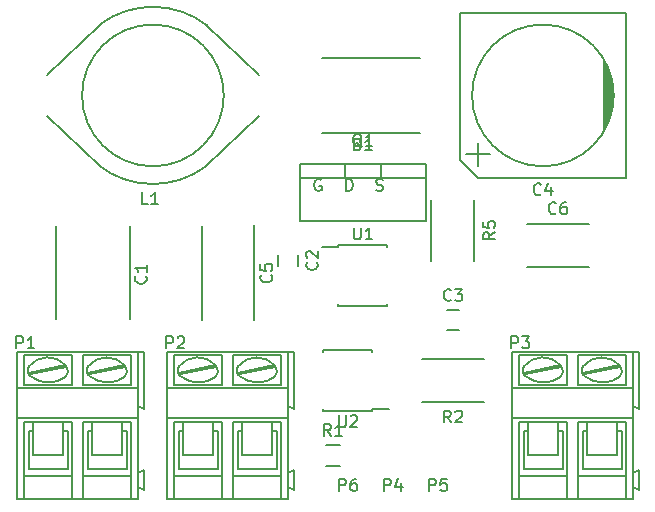
<source format=gbr>
G04 #@! TF.FileFunction,Legend,Top*
%FSLAX46Y46*%
G04 Gerber Fmt 4.6, Leading zero omitted, Abs format (unit mm)*
G04 Created by KiCad (PCBNEW 4.0.0-rc1-stable) date 09/10/2015 2:09:20 PM*
%MOMM*%
G01*
G04 APERTURE LIST*
%ADD10C,0.100000*%
%ADD11C,0.150000*%
%ADD12C,0.152400*%
G04 APERTURE END LIST*
D10*
D11*
X116280000Y-119270000D02*
X116280000Y-111370000D01*
X122480000Y-119270000D02*
X122480000Y-111370000D01*
X136740000Y-114800000D02*
X136740000Y-113800000D01*
X135040000Y-113800000D02*
X135040000Y-114800000D01*
X150360000Y-118530000D02*
X149360000Y-118530000D01*
X149360000Y-120230000D02*
X150360000Y-120230000D01*
X128610000Y-111370000D02*
X128610000Y-119370000D01*
X133010000Y-119370000D02*
X133010000Y-111270000D01*
X140300000Y-131685000D02*
X139100000Y-131685000D01*
X139100000Y-129935000D02*
X140300000Y-129935000D01*
X147260000Y-122635000D02*
X152460000Y-122635000D01*
X152460000Y-126285000D02*
X147260000Y-126285000D01*
X148035000Y-114360000D02*
X148035000Y-109160000D01*
X151685000Y-109160000D02*
X151685000Y-114360000D01*
X140165000Y-112995000D02*
X140165000Y-113140000D01*
X144315000Y-112995000D02*
X144315000Y-113140000D01*
X144315000Y-118145000D02*
X144315000Y-118000000D01*
X140165000Y-118145000D02*
X140165000Y-118000000D01*
X140165000Y-112995000D02*
X144315000Y-112995000D01*
X140165000Y-118145000D02*
X144315000Y-118145000D01*
X140165000Y-113140000D02*
X138765000Y-113140000D01*
X140716000Y-106172000D02*
X140716000Y-107315000D01*
X143764000Y-106172000D02*
X143764000Y-107315000D01*
X147574000Y-107315000D02*
X147574000Y-110998000D01*
X147574000Y-110998000D02*
X136906000Y-110998000D01*
X136906000Y-110998000D02*
X136906000Y-107315000D01*
X147574000Y-106172000D02*
X147574000Y-107315000D01*
X147574000Y-107315000D02*
X136906000Y-107315000D01*
X136906000Y-107315000D02*
X136906000Y-106172000D01*
X142240000Y-106172000D02*
X136906000Y-106172000D01*
X142240000Y-106172000D02*
X147574000Y-106172000D01*
X114310400Y-130810000D02*
X116850400Y-130810000D01*
X116850400Y-130810000D02*
X116850400Y-128016000D01*
X114310400Y-128016000D02*
X116850400Y-128016000D01*
X114310400Y-130810000D02*
X114310400Y-128016000D01*
X119314200Y-130810000D02*
X121854200Y-130810000D01*
X121854200Y-130810000D02*
X121854200Y-128016000D01*
X119314200Y-128016000D02*
X121854200Y-128016000D01*
X119314200Y-130810000D02*
X119314200Y-128016000D01*
X123175000Y-122047000D02*
X123175000Y-125095000D01*
X123175000Y-122047000D02*
X112990000Y-122047000D01*
X123175000Y-122047000D02*
X123683000Y-122047000D01*
X123683000Y-122047000D02*
X123683000Y-126873000D01*
X123683000Y-126873000D02*
X123175000Y-126619000D01*
X123683000Y-133731000D02*
X123175000Y-133477000D01*
X123175000Y-133477000D02*
X123175000Y-134493000D01*
X123683000Y-132080000D02*
X123175000Y-132334000D01*
X123175000Y-132334000D02*
X123175000Y-133477000D01*
X123683000Y-132080000D02*
X123683000Y-133731000D01*
X118552200Y-134493000D02*
X118552200Y-132588000D01*
X122616200Y-128016000D02*
X122616200Y-132588000D01*
X118552200Y-134493000D02*
X122616200Y-134493000D01*
X122616200Y-134493000D02*
X123175000Y-134493000D01*
X117612400Y-134493000D02*
X117612400Y-132588000D01*
X117612400Y-134493000D02*
X118552200Y-134493000D01*
X113548400Y-128016000D02*
X113548400Y-132588000D01*
X112990000Y-134493000D02*
X113548400Y-134493000D01*
X113548400Y-134493000D02*
X117612400Y-134493000D01*
X118552200Y-132588000D02*
X122616200Y-132588000D01*
X118552200Y-132588000D02*
X118552200Y-128016000D01*
X122616200Y-132588000D02*
X122616200Y-134493000D01*
X117612400Y-132588000D02*
X113548400Y-132588000D01*
X117612400Y-132588000D02*
X117612400Y-128016000D01*
X113548400Y-132588000D02*
X113548400Y-134493000D01*
X122235200Y-131953000D02*
X122235200Y-128778000D01*
X122235200Y-131953000D02*
X118933200Y-131953000D01*
X118933200Y-131953000D02*
X118933200Y-128778000D01*
X117231400Y-131953000D02*
X117231400Y-128778000D01*
X117231400Y-131953000D02*
X113929400Y-131953000D01*
X113929400Y-131953000D02*
X113929400Y-128778000D01*
X113929400Y-128778000D02*
X114310400Y-128778000D01*
X117231400Y-128778000D02*
X116850400Y-128778000D01*
X118933200Y-128778000D02*
X119314200Y-128778000D01*
X122235200Y-128778000D02*
X121854200Y-128778000D01*
X112990000Y-134493000D02*
X112990000Y-127635000D01*
X112990000Y-127635000D02*
X112990000Y-125095000D01*
X123175000Y-126619000D02*
X123175000Y-127635000D01*
X123175000Y-127635000D02*
X123175000Y-132334000D01*
X112990000Y-125095000D02*
X123175000Y-125095000D01*
X112990000Y-125095000D02*
X112990000Y-122047000D01*
X123175000Y-125095000D02*
X123175000Y-126619000D01*
X118552200Y-124841000D02*
X118552200Y-122301000D01*
X118552200Y-122301000D02*
X122616200Y-122301000D01*
X122616200Y-122301000D02*
X122616200Y-124841000D01*
X122616200Y-124841000D02*
X118552200Y-124841000D01*
X117612400Y-124841000D02*
X117612400Y-122301000D01*
X117612400Y-124841000D02*
X113548400Y-124841000D01*
X113548400Y-124841000D02*
X113548400Y-122301000D01*
X117612400Y-122301000D02*
X113548400Y-122301000D01*
X118958600Y-123825000D02*
X122006600Y-123190000D01*
X119085600Y-123952000D02*
X122133600Y-123317000D01*
X113954800Y-123825000D02*
X117005340Y-123190000D01*
X114081800Y-123952000D02*
X117129800Y-123317000D01*
X113548400Y-128016000D02*
X113929400Y-128016000D01*
X117612400Y-128016000D02*
X117231400Y-128016000D01*
X117231400Y-128016000D02*
X113929400Y-128016000D01*
X112990000Y-127635000D02*
X113929400Y-127635000D01*
X113929400Y-127635000D02*
X117231400Y-127635000D01*
X117231400Y-127635000D02*
X118933200Y-127635000D01*
X123175000Y-127635000D02*
X122235200Y-127635000D01*
X122235200Y-127635000D02*
X118933200Y-127635000D01*
X122616200Y-128016000D02*
X122235200Y-128016000D01*
X118552200Y-128016000D02*
X118933200Y-128016000D01*
X118933200Y-128016000D02*
X122235200Y-128016000D01*
X122052972Y-124184570D02*
G75*
G03X122105660Y-123217940I-452772J509430D01*
G01*
X119110272Y-124104896D02*
G75*
G03X122098040Y-124152660I1524728J1905496D01*
G01*
X122109411Y-123213156D02*
G75*
G03X118958600Y-123266200I-1553151J-1348444D01*
G01*
X119009903Y-123216519D02*
G75*
G03X119151640Y-124142500I431297J-407821D01*
G01*
X117049149Y-124187110D02*
G75*
G03X117104400Y-123217940I-452749J511970D01*
G01*
X114109012Y-124104896D02*
G75*
G03X117096780Y-124152660I1524728J1905496D01*
G01*
X117111573Y-123208153D02*
G75*
G03X113954800Y-123266200I-1554033J-1353447D01*
G01*
X114005480Y-123218981D02*
G75*
G03X114150380Y-124142500I431920J-405359D01*
G01*
X127010400Y-130810000D02*
X129550400Y-130810000D01*
X129550400Y-130810000D02*
X129550400Y-128016000D01*
X127010400Y-128016000D02*
X129550400Y-128016000D01*
X127010400Y-130810000D02*
X127010400Y-128016000D01*
X132014200Y-130810000D02*
X134554200Y-130810000D01*
X134554200Y-130810000D02*
X134554200Y-128016000D01*
X132014200Y-128016000D02*
X134554200Y-128016000D01*
X132014200Y-130810000D02*
X132014200Y-128016000D01*
X135875000Y-122047000D02*
X135875000Y-125095000D01*
X135875000Y-122047000D02*
X125690000Y-122047000D01*
X135875000Y-122047000D02*
X136383000Y-122047000D01*
X136383000Y-122047000D02*
X136383000Y-126873000D01*
X136383000Y-126873000D02*
X135875000Y-126619000D01*
X136383000Y-133731000D02*
X135875000Y-133477000D01*
X135875000Y-133477000D02*
X135875000Y-134493000D01*
X136383000Y-132080000D02*
X135875000Y-132334000D01*
X135875000Y-132334000D02*
X135875000Y-133477000D01*
X136383000Y-132080000D02*
X136383000Y-133731000D01*
X131252200Y-134493000D02*
X131252200Y-132588000D01*
X135316200Y-128016000D02*
X135316200Y-132588000D01*
X131252200Y-134493000D02*
X135316200Y-134493000D01*
X135316200Y-134493000D02*
X135875000Y-134493000D01*
X130312400Y-134493000D02*
X130312400Y-132588000D01*
X130312400Y-134493000D02*
X131252200Y-134493000D01*
X126248400Y-128016000D02*
X126248400Y-132588000D01*
X125690000Y-134493000D02*
X126248400Y-134493000D01*
X126248400Y-134493000D02*
X130312400Y-134493000D01*
X131252200Y-132588000D02*
X135316200Y-132588000D01*
X131252200Y-132588000D02*
X131252200Y-128016000D01*
X135316200Y-132588000D02*
X135316200Y-134493000D01*
X130312400Y-132588000D02*
X126248400Y-132588000D01*
X130312400Y-132588000D02*
X130312400Y-128016000D01*
X126248400Y-132588000D02*
X126248400Y-134493000D01*
X134935200Y-131953000D02*
X134935200Y-128778000D01*
X134935200Y-131953000D02*
X131633200Y-131953000D01*
X131633200Y-131953000D02*
X131633200Y-128778000D01*
X129931400Y-131953000D02*
X129931400Y-128778000D01*
X129931400Y-131953000D02*
X126629400Y-131953000D01*
X126629400Y-131953000D02*
X126629400Y-128778000D01*
X126629400Y-128778000D02*
X127010400Y-128778000D01*
X129931400Y-128778000D02*
X129550400Y-128778000D01*
X131633200Y-128778000D02*
X132014200Y-128778000D01*
X134935200Y-128778000D02*
X134554200Y-128778000D01*
X125690000Y-134493000D02*
X125690000Y-127635000D01*
X125690000Y-127635000D02*
X125690000Y-125095000D01*
X135875000Y-126619000D02*
X135875000Y-127635000D01*
X135875000Y-127635000D02*
X135875000Y-132334000D01*
X125690000Y-125095000D02*
X135875000Y-125095000D01*
X125690000Y-125095000D02*
X125690000Y-122047000D01*
X135875000Y-125095000D02*
X135875000Y-126619000D01*
X131252200Y-124841000D02*
X131252200Y-122301000D01*
X131252200Y-122301000D02*
X135316200Y-122301000D01*
X135316200Y-122301000D02*
X135316200Y-124841000D01*
X135316200Y-124841000D02*
X131252200Y-124841000D01*
X130312400Y-124841000D02*
X130312400Y-122301000D01*
X130312400Y-124841000D02*
X126248400Y-124841000D01*
X126248400Y-124841000D02*
X126248400Y-122301000D01*
X130312400Y-122301000D02*
X126248400Y-122301000D01*
X131658600Y-123825000D02*
X134706600Y-123190000D01*
X131785600Y-123952000D02*
X134833600Y-123317000D01*
X126654800Y-123825000D02*
X129705340Y-123190000D01*
X126781800Y-123952000D02*
X129829800Y-123317000D01*
X126248400Y-128016000D02*
X126629400Y-128016000D01*
X130312400Y-128016000D02*
X129931400Y-128016000D01*
X129931400Y-128016000D02*
X126629400Y-128016000D01*
X125690000Y-127635000D02*
X126629400Y-127635000D01*
X126629400Y-127635000D02*
X129931400Y-127635000D01*
X129931400Y-127635000D02*
X131633200Y-127635000D01*
X135875000Y-127635000D02*
X134935200Y-127635000D01*
X134935200Y-127635000D02*
X131633200Y-127635000D01*
X135316200Y-128016000D02*
X134935200Y-128016000D01*
X131252200Y-128016000D02*
X131633200Y-128016000D01*
X131633200Y-128016000D02*
X134935200Y-128016000D01*
X134752972Y-124184570D02*
G75*
G03X134805660Y-123217940I-452772J509430D01*
G01*
X131810272Y-124104896D02*
G75*
G03X134798040Y-124152660I1524728J1905496D01*
G01*
X134809411Y-123213156D02*
G75*
G03X131658600Y-123266200I-1553151J-1348444D01*
G01*
X131709903Y-123216519D02*
G75*
G03X131851640Y-124142500I431297J-407821D01*
G01*
X129749149Y-124187110D02*
G75*
G03X129804400Y-123217940I-452749J511970D01*
G01*
X126809012Y-124104896D02*
G75*
G03X129796780Y-124152660I1524728J1905496D01*
G01*
X129811573Y-123208153D02*
G75*
G03X126654800Y-123266200I-1554033J-1353447D01*
G01*
X126705480Y-123218981D02*
G75*
G03X126850380Y-124142500I431920J-405359D01*
G01*
X156220400Y-130810000D02*
X158760400Y-130810000D01*
X158760400Y-130810000D02*
X158760400Y-128016000D01*
X156220400Y-128016000D02*
X158760400Y-128016000D01*
X156220400Y-130810000D02*
X156220400Y-128016000D01*
X161224200Y-130810000D02*
X163764200Y-130810000D01*
X163764200Y-130810000D02*
X163764200Y-128016000D01*
X161224200Y-128016000D02*
X163764200Y-128016000D01*
X161224200Y-130810000D02*
X161224200Y-128016000D01*
X165085000Y-122047000D02*
X165085000Y-125095000D01*
X165085000Y-122047000D02*
X154900000Y-122047000D01*
X165085000Y-122047000D02*
X165593000Y-122047000D01*
X165593000Y-122047000D02*
X165593000Y-126873000D01*
X165593000Y-126873000D02*
X165085000Y-126619000D01*
X165593000Y-133731000D02*
X165085000Y-133477000D01*
X165085000Y-133477000D02*
X165085000Y-134493000D01*
X165593000Y-132080000D02*
X165085000Y-132334000D01*
X165085000Y-132334000D02*
X165085000Y-133477000D01*
X165593000Y-132080000D02*
X165593000Y-133731000D01*
X160462200Y-134493000D02*
X160462200Y-132588000D01*
X164526200Y-128016000D02*
X164526200Y-132588000D01*
X160462200Y-134493000D02*
X164526200Y-134493000D01*
X164526200Y-134493000D02*
X165085000Y-134493000D01*
X159522400Y-134493000D02*
X159522400Y-132588000D01*
X159522400Y-134493000D02*
X160462200Y-134493000D01*
X155458400Y-128016000D02*
X155458400Y-132588000D01*
X154900000Y-134493000D02*
X155458400Y-134493000D01*
X155458400Y-134493000D02*
X159522400Y-134493000D01*
X160462200Y-132588000D02*
X164526200Y-132588000D01*
X160462200Y-132588000D02*
X160462200Y-128016000D01*
X164526200Y-132588000D02*
X164526200Y-134493000D01*
X159522400Y-132588000D02*
X155458400Y-132588000D01*
X159522400Y-132588000D02*
X159522400Y-128016000D01*
X155458400Y-132588000D02*
X155458400Y-134493000D01*
X164145200Y-131953000D02*
X164145200Y-128778000D01*
X164145200Y-131953000D02*
X160843200Y-131953000D01*
X160843200Y-131953000D02*
X160843200Y-128778000D01*
X159141400Y-131953000D02*
X159141400Y-128778000D01*
X159141400Y-131953000D02*
X155839400Y-131953000D01*
X155839400Y-131953000D02*
X155839400Y-128778000D01*
X155839400Y-128778000D02*
X156220400Y-128778000D01*
X159141400Y-128778000D02*
X158760400Y-128778000D01*
X160843200Y-128778000D02*
X161224200Y-128778000D01*
X164145200Y-128778000D02*
X163764200Y-128778000D01*
X154900000Y-134493000D02*
X154900000Y-127635000D01*
X154900000Y-127635000D02*
X154900000Y-125095000D01*
X165085000Y-126619000D02*
X165085000Y-127635000D01*
X165085000Y-127635000D02*
X165085000Y-132334000D01*
X154900000Y-125095000D02*
X165085000Y-125095000D01*
X154900000Y-125095000D02*
X154900000Y-122047000D01*
X165085000Y-125095000D02*
X165085000Y-126619000D01*
X160462200Y-124841000D02*
X160462200Y-122301000D01*
X160462200Y-122301000D02*
X164526200Y-122301000D01*
X164526200Y-122301000D02*
X164526200Y-124841000D01*
X164526200Y-124841000D02*
X160462200Y-124841000D01*
X159522400Y-124841000D02*
X159522400Y-122301000D01*
X159522400Y-124841000D02*
X155458400Y-124841000D01*
X155458400Y-124841000D02*
X155458400Y-122301000D01*
X159522400Y-122301000D02*
X155458400Y-122301000D01*
X160868600Y-123825000D02*
X163916600Y-123190000D01*
X160995600Y-123952000D02*
X164043600Y-123317000D01*
X155864800Y-123825000D02*
X158915340Y-123190000D01*
X155991800Y-123952000D02*
X159039800Y-123317000D01*
X155458400Y-128016000D02*
X155839400Y-128016000D01*
X159522400Y-128016000D02*
X159141400Y-128016000D01*
X159141400Y-128016000D02*
X155839400Y-128016000D01*
X154900000Y-127635000D02*
X155839400Y-127635000D01*
X155839400Y-127635000D02*
X159141400Y-127635000D01*
X159141400Y-127635000D02*
X160843200Y-127635000D01*
X165085000Y-127635000D02*
X164145200Y-127635000D01*
X164145200Y-127635000D02*
X160843200Y-127635000D01*
X164526200Y-128016000D02*
X164145200Y-128016000D01*
X160462200Y-128016000D02*
X160843200Y-128016000D01*
X160843200Y-128016000D02*
X164145200Y-128016000D01*
X163962972Y-124184570D02*
G75*
G03X164015660Y-123217940I-452772J509430D01*
G01*
X161020272Y-124104896D02*
G75*
G03X164008040Y-124152660I1524728J1905496D01*
G01*
X164019411Y-123213156D02*
G75*
G03X160868600Y-123266200I-1553151J-1348444D01*
G01*
X160919903Y-123216519D02*
G75*
G03X161061640Y-124142500I431297J-407821D01*
G01*
X158959149Y-124187110D02*
G75*
G03X159014400Y-123217940I-452749J511970D01*
G01*
X156019012Y-124104896D02*
G75*
G03X159006780Y-124152660I1524728J1905496D01*
G01*
X159021573Y-123208153D02*
G75*
G03X155864800Y-123266200I-1554033J-1353447D01*
G01*
X155915480Y-123218981D02*
G75*
G03X156060380Y-124142500I431920J-405359D01*
G01*
D12*
X129090869Y-94430420D02*
G75*
G03X119960000Y-94330000I-4630869J-5899580D01*
G01*
X119829131Y-106229580D02*
G75*
G03X128960000Y-106330000I4630869J5899580D01*
G01*
X115460000Y-98580000D02*
X119960000Y-94330000D01*
X133460000Y-98580000D02*
X128960000Y-94330000D01*
X128960000Y-106330000D02*
X133460000Y-102080000D01*
X115460000Y-102080000D02*
X119960000Y-106330000D01*
X130460000Y-100330000D02*
G75*
G03X130460000Y-100330000I-6000000J0D01*
G01*
D11*
X163180000Y-98730000D02*
X162880000Y-97830000D01*
X162980000Y-102430000D02*
X163280000Y-101530000D01*
X163380000Y-99630000D02*
X163380000Y-101030000D01*
X163280000Y-101530000D02*
X163280000Y-99030000D01*
X163180000Y-98730000D02*
X163180000Y-101930000D01*
X163080000Y-102230000D02*
X163080000Y-98430000D01*
X162980000Y-98230000D02*
X162980000Y-102530000D01*
X162880000Y-102830000D02*
X162880000Y-97930000D01*
X162780000Y-97630000D02*
X162780000Y-103030000D01*
X162680000Y-103330000D02*
X162680000Y-97330000D01*
X152980000Y-105330000D02*
X150980000Y-105330000D01*
X151980000Y-104330000D02*
X151980000Y-104830000D01*
X151980000Y-106330000D02*
X151980000Y-104830000D01*
X151980000Y-107330000D02*
X150480000Y-105830000D01*
X163480000Y-100330000D02*
G75*
G03X163480000Y-100330000I-6000000J0D01*
G01*
X164480000Y-93330000D02*
X164480000Y-107330000D01*
X164480000Y-93330000D02*
X150480000Y-93330000D01*
X150480000Y-105830000D02*
X150480000Y-93330000D01*
X151980000Y-107330000D02*
X164480000Y-107330000D01*
X138740000Y-97130000D02*
X147040000Y-97130000D01*
X147040000Y-103530000D02*
X138740000Y-103530000D01*
X161350000Y-114855000D02*
X156150000Y-114855000D01*
X156150000Y-111205000D02*
X161350000Y-111205000D01*
X143045000Y-127035000D02*
X143045000Y-126890000D01*
X138895000Y-127035000D02*
X138895000Y-126890000D01*
X138895000Y-121885000D02*
X138895000Y-122030000D01*
X143045000Y-121885000D02*
X143045000Y-122030000D01*
X143045000Y-127035000D02*
X138895000Y-127035000D01*
X143045000Y-121885000D02*
X138895000Y-121885000D01*
X143045000Y-126890000D02*
X144445000Y-126890000D01*
X123836703Y-115637606D02*
X123884322Y-115685225D01*
X123931941Y-115828082D01*
X123931941Y-115923320D01*
X123884322Y-116066178D01*
X123789084Y-116161416D01*
X123693846Y-116209035D01*
X123503370Y-116256654D01*
X123360512Y-116256654D01*
X123170036Y-116209035D01*
X123074798Y-116161416D01*
X122979560Y-116066178D01*
X122931941Y-115923320D01*
X122931941Y-115828082D01*
X122979560Y-115685225D01*
X123027179Y-115637606D01*
X123931941Y-114685225D02*
X123931941Y-115256654D01*
X123931941Y-114970940D02*
X122931941Y-114970940D01*
X123074798Y-115066178D01*
X123170036Y-115161416D01*
X123217655Y-115256654D01*
X138347143Y-114466666D02*
X138394762Y-114514285D01*
X138442381Y-114657142D01*
X138442381Y-114752380D01*
X138394762Y-114895238D01*
X138299524Y-114990476D01*
X138204286Y-115038095D01*
X138013810Y-115085714D01*
X137870952Y-115085714D01*
X137680476Y-115038095D01*
X137585238Y-114990476D01*
X137490000Y-114895238D01*
X137442381Y-114752380D01*
X137442381Y-114657142D01*
X137490000Y-114514285D01*
X137537619Y-114466666D01*
X137537619Y-114085714D02*
X137490000Y-114038095D01*
X137442381Y-113942857D01*
X137442381Y-113704761D01*
X137490000Y-113609523D01*
X137537619Y-113561904D01*
X137632857Y-113514285D01*
X137728095Y-113514285D01*
X137870952Y-113561904D01*
X138442381Y-114133333D01*
X138442381Y-113514285D01*
X149693334Y-117637143D02*
X149645715Y-117684762D01*
X149502858Y-117732381D01*
X149407620Y-117732381D01*
X149264762Y-117684762D01*
X149169524Y-117589524D01*
X149121905Y-117494286D01*
X149074286Y-117303810D01*
X149074286Y-117160952D01*
X149121905Y-116970476D01*
X149169524Y-116875238D01*
X149264762Y-116780000D01*
X149407620Y-116732381D01*
X149502858Y-116732381D01*
X149645715Y-116780000D01*
X149693334Y-116827619D01*
X150026667Y-116732381D02*
X150645715Y-116732381D01*
X150312381Y-117113333D01*
X150455239Y-117113333D01*
X150550477Y-117160952D01*
X150598096Y-117208571D01*
X150645715Y-117303810D01*
X150645715Y-117541905D01*
X150598096Y-117637143D01*
X150550477Y-117684762D01*
X150455239Y-117732381D01*
X150169524Y-117732381D01*
X150074286Y-117684762D01*
X150026667Y-117637143D01*
X134466603Y-115536006D02*
X134514222Y-115583625D01*
X134561841Y-115726482D01*
X134561841Y-115821720D01*
X134514222Y-115964578D01*
X134418984Y-116059816D01*
X134323746Y-116107435D01*
X134133270Y-116155054D01*
X133990412Y-116155054D01*
X133799936Y-116107435D01*
X133704698Y-116059816D01*
X133609460Y-115964578D01*
X133561841Y-115821720D01*
X133561841Y-115726482D01*
X133609460Y-115583625D01*
X133657079Y-115536006D01*
X133561841Y-114631244D02*
X133561841Y-115107435D01*
X134038031Y-115155054D01*
X133990412Y-115107435D01*
X133942793Y-115012197D01*
X133942793Y-114774101D01*
X133990412Y-114678863D01*
X134038031Y-114631244D01*
X134133270Y-114583625D01*
X134371365Y-114583625D01*
X134466603Y-114631244D01*
X134514222Y-114678863D01*
X134561841Y-114774101D01*
X134561841Y-115012197D01*
X134514222Y-115107435D01*
X134466603Y-115155054D01*
X139533334Y-129162381D02*
X139200000Y-128686190D01*
X138961905Y-129162381D02*
X138961905Y-128162381D01*
X139342858Y-128162381D01*
X139438096Y-128210000D01*
X139485715Y-128257619D01*
X139533334Y-128352857D01*
X139533334Y-128495714D01*
X139485715Y-128590952D01*
X139438096Y-128638571D01*
X139342858Y-128686190D01*
X138961905Y-128686190D01*
X140485715Y-129162381D02*
X139914286Y-129162381D01*
X140200000Y-129162381D02*
X140200000Y-128162381D01*
X140104762Y-128305238D01*
X140009524Y-128400476D01*
X139914286Y-128448095D01*
X149693334Y-128012381D02*
X149360000Y-127536190D01*
X149121905Y-128012381D02*
X149121905Y-127012381D01*
X149502858Y-127012381D01*
X149598096Y-127060000D01*
X149645715Y-127107619D01*
X149693334Y-127202857D01*
X149693334Y-127345714D01*
X149645715Y-127440952D01*
X149598096Y-127488571D01*
X149502858Y-127536190D01*
X149121905Y-127536190D01*
X150074286Y-127107619D02*
X150121905Y-127060000D01*
X150217143Y-127012381D01*
X150455239Y-127012381D01*
X150550477Y-127060000D01*
X150598096Y-127107619D01*
X150645715Y-127202857D01*
X150645715Y-127298095D01*
X150598096Y-127440952D01*
X150026667Y-128012381D01*
X150645715Y-128012381D01*
X153412381Y-111926666D02*
X152936190Y-112260000D01*
X153412381Y-112498095D02*
X152412381Y-112498095D01*
X152412381Y-112117142D01*
X152460000Y-112021904D01*
X152507619Y-111974285D01*
X152602857Y-111926666D01*
X152745714Y-111926666D01*
X152840952Y-111974285D01*
X152888571Y-112021904D01*
X152936190Y-112117142D01*
X152936190Y-112498095D01*
X152412381Y-111021904D02*
X152412381Y-111498095D01*
X152888571Y-111545714D01*
X152840952Y-111498095D01*
X152793333Y-111402857D01*
X152793333Y-111164761D01*
X152840952Y-111069523D01*
X152888571Y-111021904D01*
X152983810Y-110974285D01*
X153221905Y-110974285D01*
X153317143Y-111021904D01*
X153364762Y-111069523D01*
X153412381Y-111164761D01*
X153412381Y-111402857D01*
X153364762Y-111498095D01*
X153317143Y-111545714D01*
X141478095Y-111522381D02*
X141478095Y-112331905D01*
X141525714Y-112427143D01*
X141573333Y-112474762D01*
X141668571Y-112522381D01*
X141859048Y-112522381D01*
X141954286Y-112474762D01*
X142001905Y-112427143D01*
X142049524Y-112331905D01*
X142049524Y-111522381D01*
X143049524Y-112522381D02*
X142478095Y-112522381D01*
X142763809Y-112522381D02*
X142763809Y-111522381D01*
X142668571Y-111665238D01*
X142573333Y-111760476D01*
X142478095Y-111808095D01*
X142144762Y-104687619D02*
X142049524Y-104640000D01*
X141954286Y-104544762D01*
X141811429Y-104401905D01*
X141716190Y-104354286D01*
X141620952Y-104354286D01*
X141668571Y-104592381D02*
X141573333Y-104544762D01*
X141478095Y-104449524D01*
X141430476Y-104259048D01*
X141430476Y-103925714D01*
X141478095Y-103735238D01*
X141573333Y-103640000D01*
X141668571Y-103592381D01*
X141859048Y-103592381D01*
X141954286Y-103640000D01*
X142049524Y-103735238D01*
X142097143Y-103925714D01*
X142097143Y-104259048D01*
X142049524Y-104449524D01*
X141954286Y-104544762D01*
X141859048Y-104592381D01*
X141668571Y-104592381D01*
X143049524Y-104592381D02*
X142478095Y-104592381D01*
X142763809Y-104592381D02*
X142763809Y-103592381D01*
X142668571Y-103735238D01*
X142573333Y-103830476D01*
X142478095Y-103878095D01*
X143351286Y-108354762D02*
X143494143Y-108402381D01*
X143732239Y-108402381D01*
X143827477Y-108354762D01*
X143875096Y-108307143D01*
X143922715Y-108211905D01*
X143922715Y-108116667D01*
X143875096Y-108021429D01*
X143827477Y-107973810D01*
X143732239Y-107926190D01*
X143541762Y-107878571D01*
X143446524Y-107830952D01*
X143398905Y-107783333D01*
X143351286Y-107688095D01*
X143351286Y-107592857D01*
X143398905Y-107497619D01*
X143446524Y-107450000D01*
X143541762Y-107402381D01*
X143779858Y-107402381D01*
X143922715Y-107450000D01*
X140835095Y-108402381D02*
X140835095Y-107402381D01*
X141073190Y-107402381D01*
X141216048Y-107450000D01*
X141311286Y-107545238D01*
X141358905Y-107640476D01*
X141406524Y-107830952D01*
X141406524Y-107973810D01*
X141358905Y-108164286D01*
X141311286Y-108259524D01*
X141216048Y-108354762D01*
X141073190Y-108402381D01*
X140835095Y-108402381D01*
X138691905Y-107450000D02*
X138596667Y-107402381D01*
X138453810Y-107402381D01*
X138310952Y-107450000D01*
X138215714Y-107545238D01*
X138168095Y-107640476D01*
X138120476Y-107830952D01*
X138120476Y-107973810D01*
X138168095Y-108164286D01*
X138215714Y-108259524D01*
X138310952Y-108354762D01*
X138453810Y-108402381D01*
X138549048Y-108402381D01*
X138691905Y-108354762D01*
X138739524Y-108307143D01*
X138739524Y-107973810D01*
X138549048Y-107973810D01*
X112911905Y-121737381D02*
X112911905Y-120737381D01*
X113292858Y-120737381D01*
X113388096Y-120785000D01*
X113435715Y-120832619D01*
X113483334Y-120927857D01*
X113483334Y-121070714D01*
X113435715Y-121165952D01*
X113388096Y-121213571D01*
X113292858Y-121261190D01*
X112911905Y-121261190D01*
X114435715Y-121737381D02*
X113864286Y-121737381D01*
X114150000Y-121737381D02*
X114150000Y-120737381D01*
X114054762Y-120880238D01*
X113959524Y-120975476D01*
X113864286Y-121023095D01*
X125611905Y-121737381D02*
X125611905Y-120737381D01*
X125992858Y-120737381D01*
X126088096Y-120785000D01*
X126135715Y-120832619D01*
X126183334Y-120927857D01*
X126183334Y-121070714D01*
X126135715Y-121165952D01*
X126088096Y-121213571D01*
X125992858Y-121261190D01*
X125611905Y-121261190D01*
X126564286Y-120832619D02*
X126611905Y-120785000D01*
X126707143Y-120737381D01*
X126945239Y-120737381D01*
X127040477Y-120785000D01*
X127088096Y-120832619D01*
X127135715Y-120927857D01*
X127135715Y-121023095D01*
X127088096Y-121165952D01*
X126516667Y-121737381D01*
X127135715Y-121737381D01*
X154821905Y-121737381D02*
X154821905Y-120737381D01*
X155202858Y-120737381D01*
X155298096Y-120785000D01*
X155345715Y-120832619D01*
X155393334Y-120927857D01*
X155393334Y-121070714D01*
X155345715Y-121165952D01*
X155298096Y-121213571D01*
X155202858Y-121261190D01*
X154821905Y-121261190D01*
X155726667Y-120737381D02*
X156345715Y-120737381D01*
X156012381Y-121118333D01*
X156155239Y-121118333D01*
X156250477Y-121165952D01*
X156298096Y-121213571D01*
X156345715Y-121308810D01*
X156345715Y-121546905D01*
X156298096Y-121642143D01*
X156250477Y-121689762D01*
X156155239Y-121737381D01*
X155869524Y-121737381D01*
X155774286Y-121689762D01*
X155726667Y-121642143D01*
X124043334Y-109532381D02*
X123567143Y-109532381D01*
X123567143Y-108532381D01*
X124900477Y-109532381D02*
X124329048Y-109532381D01*
X124614762Y-109532381D02*
X124614762Y-108532381D01*
X124519524Y-108675238D01*
X124424286Y-108770476D01*
X124329048Y-108818095D01*
X157313334Y-108687143D02*
X157265715Y-108734762D01*
X157122858Y-108782381D01*
X157027620Y-108782381D01*
X156884762Y-108734762D01*
X156789524Y-108639524D01*
X156741905Y-108544286D01*
X156694286Y-108353810D01*
X156694286Y-108210952D01*
X156741905Y-108020476D01*
X156789524Y-107925238D01*
X156884762Y-107830000D01*
X157027620Y-107782381D01*
X157122858Y-107782381D01*
X157265715Y-107830000D01*
X157313334Y-107877619D01*
X158170477Y-108115714D02*
X158170477Y-108782381D01*
X157932381Y-107734762D02*
X157694286Y-108449048D01*
X158313334Y-108449048D01*
X141501905Y-104982381D02*
X141501905Y-103982381D01*
X141740000Y-103982381D01*
X141882858Y-104030000D01*
X141978096Y-104125238D01*
X142025715Y-104220476D01*
X142073334Y-104410952D01*
X142073334Y-104553810D01*
X142025715Y-104744286D01*
X141978096Y-104839524D01*
X141882858Y-104934762D01*
X141740000Y-104982381D01*
X141501905Y-104982381D01*
X143025715Y-104982381D02*
X142454286Y-104982381D01*
X142740000Y-104982381D02*
X142740000Y-103982381D01*
X142644762Y-104125238D01*
X142549524Y-104220476D01*
X142454286Y-104268095D01*
X158583334Y-110287143D02*
X158535715Y-110334762D01*
X158392858Y-110382381D01*
X158297620Y-110382381D01*
X158154762Y-110334762D01*
X158059524Y-110239524D01*
X158011905Y-110144286D01*
X157964286Y-109953810D01*
X157964286Y-109810952D01*
X158011905Y-109620476D01*
X158059524Y-109525238D01*
X158154762Y-109430000D01*
X158297620Y-109382381D01*
X158392858Y-109382381D01*
X158535715Y-109430000D01*
X158583334Y-109477619D01*
X159440477Y-109382381D02*
X159250000Y-109382381D01*
X159154762Y-109430000D01*
X159107143Y-109477619D01*
X159011905Y-109620476D01*
X158964286Y-109810952D01*
X158964286Y-110191905D01*
X159011905Y-110287143D01*
X159059524Y-110334762D01*
X159154762Y-110382381D01*
X159345239Y-110382381D01*
X159440477Y-110334762D01*
X159488096Y-110287143D01*
X159535715Y-110191905D01*
X159535715Y-109953810D01*
X159488096Y-109858571D01*
X159440477Y-109810952D01*
X159345239Y-109763333D01*
X159154762Y-109763333D01*
X159059524Y-109810952D01*
X159011905Y-109858571D01*
X158964286Y-109953810D01*
X140231905Y-133802381D02*
X140231905Y-132802381D01*
X140612858Y-132802381D01*
X140708096Y-132850000D01*
X140755715Y-132897619D01*
X140803334Y-132992857D01*
X140803334Y-133135714D01*
X140755715Y-133230952D01*
X140708096Y-133278571D01*
X140612858Y-133326190D01*
X140231905Y-133326190D01*
X141660477Y-132802381D02*
X141470000Y-132802381D01*
X141374762Y-132850000D01*
X141327143Y-132897619D01*
X141231905Y-133040476D01*
X141184286Y-133230952D01*
X141184286Y-133611905D01*
X141231905Y-133707143D01*
X141279524Y-133754762D01*
X141374762Y-133802381D01*
X141565239Y-133802381D01*
X141660477Y-133754762D01*
X141708096Y-133707143D01*
X141755715Y-133611905D01*
X141755715Y-133373810D01*
X141708096Y-133278571D01*
X141660477Y-133230952D01*
X141565239Y-133183333D01*
X141374762Y-133183333D01*
X141279524Y-133230952D01*
X141231905Y-133278571D01*
X141184286Y-133373810D01*
X147851905Y-133802381D02*
X147851905Y-132802381D01*
X148232858Y-132802381D01*
X148328096Y-132850000D01*
X148375715Y-132897619D01*
X148423334Y-132992857D01*
X148423334Y-133135714D01*
X148375715Y-133230952D01*
X148328096Y-133278571D01*
X148232858Y-133326190D01*
X147851905Y-133326190D01*
X149328096Y-132802381D02*
X148851905Y-132802381D01*
X148804286Y-133278571D01*
X148851905Y-133230952D01*
X148947143Y-133183333D01*
X149185239Y-133183333D01*
X149280477Y-133230952D01*
X149328096Y-133278571D01*
X149375715Y-133373810D01*
X149375715Y-133611905D01*
X149328096Y-133707143D01*
X149280477Y-133754762D01*
X149185239Y-133802381D01*
X148947143Y-133802381D01*
X148851905Y-133754762D01*
X148804286Y-133707143D01*
X144041905Y-133802381D02*
X144041905Y-132802381D01*
X144422858Y-132802381D01*
X144518096Y-132850000D01*
X144565715Y-132897619D01*
X144613334Y-132992857D01*
X144613334Y-133135714D01*
X144565715Y-133230952D01*
X144518096Y-133278571D01*
X144422858Y-133326190D01*
X144041905Y-133326190D01*
X145470477Y-133135714D02*
X145470477Y-133802381D01*
X145232381Y-132754762D02*
X144994286Y-133469048D01*
X145613334Y-133469048D01*
X140208095Y-127412381D02*
X140208095Y-128221905D01*
X140255714Y-128317143D01*
X140303333Y-128364762D01*
X140398571Y-128412381D01*
X140589048Y-128412381D01*
X140684286Y-128364762D01*
X140731905Y-128317143D01*
X140779524Y-128221905D01*
X140779524Y-127412381D01*
X141208095Y-127507619D02*
X141255714Y-127460000D01*
X141350952Y-127412381D01*
X141589048Y-127412381D01*
X141684286Y-127460000D01*
X141731905Y-127507619D01*
X141779524Y-127602857D01*
X141779524Y-127698095D01*
X141731905Y-127840952D01*
X141160476Y-128412381D01*
X141779524Y-128412381D01*
M02*

</source>
